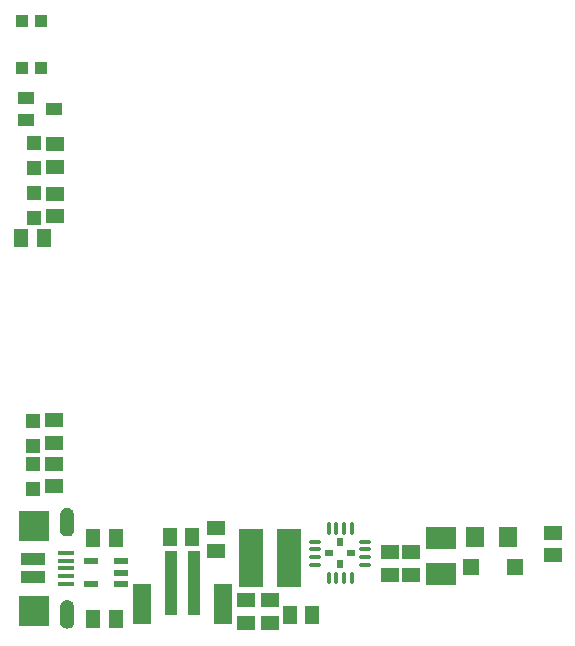
<source format=gbr>
G04 EAGLE Gerber RS-274X export*
G75*
%MOMM*%
%FSLAX34Y34*%
%LPD*%
%INSolderpaste Top*%
%IPPOS*%
%AMOC8*
5,1,8,0,0,1.08239X$1,22.5*%
G01*
%ADD10R,1.000000X5.500000*%
%ADD11R,1.600000X3.400000*%
%ADD12R,1.300000X1.500000*%
%ADD13R,1.200000X0.550000*%
%ADD14R,1.200000X1.200000*%
%ADD15R,1.500000X1.300000*%
%ADD16R,1.350000X0.400000*%
%ADD17R,2.000000X1.000000*%
%ADD18R,2.500000X2.500000*%
%ADD19C,0.350000*%
%ADD20R,0.700000X0.600000*%
%ADD21R,0.600000X0.700000*%
%ADD22R,2.000000X5.000000*%
%ADD23R,2.500000X1.950000*%
%ADD24R,1.400000X1.000000*%
%ADD25R,1.400000X1.400000*%
%ADD26R,1.000000X1.000000*%
%ADD27R,1.600000X1.803000*%

G36*
X52278Y82753D02*
X52278Y82753D01*
X53552Y82953D01*
X53599Y82970D01*
X53689Y82991D01*
X54885Y83469D01*
X54928Y83496D01*
X55011Y83536D01*
X56071Y84268D01*
X56107Y84304D01*
X56178Y84362D01*
X57049Y85312D01*
X57076Y85354D01*
X57133Y85427D01*
X57770Y86547D01*
X57787Y86594D01*
X57826Y86677D01*
X58199Y87911D01*
X58204Y87961D01*
X58224Y88051D01*
X58313Y89336D01*
X58311Y89356D01*
X58314Y89380D01*
X58314Y100380D01*
X58312Y100395D01*
X58313Y100415D01*
X58252Y101541D01*
X58241Y101588D01*
X58233Y101664D01*
X57952Y102757D01*
X57932Y102801D01*
X57910Y102874D01*
X57422Y103891D01*
X57394Y103930D01*
X57357Y103997D01*
X56680Y104900D01*
X56645Y104933D01*
X56596Y104991D01*
X55756Y105744D01*
X55715Y105770D01*
X55655Y105818D01*
X54684Y106392D01*
X54639Y106409D01*
X54572Y106445D01*
X53507Y106819D01*
X53460Y106827D01*
X53387Y106849D01*
X52270Y107008D01*
X52242Y107007D01*
X52090Y107008D01*
X50974Y106849D01*
X50928Y106834D01*
X50853Y106819D01*
X49788Y106445D01*
X49746Y106421D01*
X49676Y106392D01*
X48705Y105818D01*
X48668Y105786D01*
X48604Y105744D01*
X47764Y104991D01*
X47735Y104954D01*
X47680Y104900D01*
X47003Y103997D01*
X46981Y103954D01*
X46938Y103891D01*
X46450Y102874D01*
X46437Y102827D01*
X46408Y102757D01*
X46127Y101664D01*
X46124Y101616D01*
X46108Y101541D01*
X46047Y100415D01*
X46049Y100399D01*
X46046Y100380D01*
X46046Y89380D01*
X46049Y89365D01*
X46047Y89345D01*
X46108Y88219D01*
X46120Y88172D01*
X46127Y88096D01*
X46408Y87003D01*
X46428Y86959D01*
X46450Y86886D01*
X46938Y85869D01*
X46967Y85830D01*
X47003Y85763D01*
X47680Y84860D01*
X47715Y84827D01*
X47764Y84769D01*
X48604Y84016D01*
X48645Y83990D01*
X48705Y83942D01*
X49676Y83368D01*
X49721Y83351D01*
X49788Y83315D01*
X50853Y82941D01*
X50900Y82933D01*
X50974Y82911D01*
X52090Y82752D01*
X52091Y82752D01*
X52278Y82753D01*
G37*
G36*
X52278Y4753D02*
X52278Y4753D01*
X53552Y4953D01*
X53599Y4970D01*
X53689Y4991D01*
X54885Y5469D01*
X54928Y5496D01*
X55011Y5536D01*
X56071Y6268D01*
X56107Y6304D01*
X56178Y6362D01*
X57049Y7312D01*
X57076Y7354D01*
X57133Y7427D01*
X57770Y8547D01*
X57787Y8594D01*
X57826Y8677D01*
X58199Y9911D01*
X58204Y9961D01*
X58224Y10051D01*
X58313Y11336D01*
X58311Y11356D01*
X58314Y11380D01*
X58314Y22380D01*
X58312Y22395D01*
X58313Y22415D01*
X58252Y23541D01*
X58241Y23588D01*
X58233Y23664D01*
X57952Y24757D01*
X57932Y24801D01*
X57910Y24874D01*
X57422Y25891D01*
X57394Y25930D01*
X57357Y25997D01*
X56680Y26900D01*
X56645Y26933D01*
X56596Y26991D01*
X55756Y27744D01*
X55715Y27770D01*
X55655Y27818D01*
X54684Y28392D01*
X54639Y28409D01*
X54572Y28445D01*
X53507Y28819D01*
X53460Y28827D01*
X53387Y28849D01*
X52270Y29008D01*
X52242Y29007D01*
X52090Y29008D01*
X50974Y28849D01*
X50928Y28834D01*
X50853Y28819D01*
X49788Y28445D01*
X49746Y28421D01*
X49676Y28392D01*
X48705Y27818D01*
X48668Y27786D01*
X48604Y27744D01*
X47764Y26991D01*
X47735Y26954D01*
X47680Y26900D01*
X47003Y25997D01*
X46981Y25954D01*
X46938Y25891D01*
X46450Y24874D01*
X46437Y24827D01*
X46408Y24757D01*
X46127Y23664D01*
X46124Y23616D01*
X46108Y23541D01*
X46047Y22415D01*
X46049Y22399D01*
X46046Y22380D01*
X46046Y11380D01*
X46049Y11365D01*
X46047Y11345D01*
X46108Y10219D01*
X46120Y10172D01*
X46127Y10096D01*
X46408Y9003D01*
X46428Y8959D01*
X46450Y8886D01*
X46938Y7869D01*
X46967Y7830D01*
X47003Y7763D01*
X47680Y6860D01*
X47715Y6827D01*
X47764Y6769D01*
X48604Y6016D01*
X48645Y5990D01*
X48705Y5942D01*
X49676Y5368D01*
X49721Y5351D01*
X49788Y5315D01*
X50853Y4941D01*
X50900Y4933D01*
X50974Y4911D01*
X52090Y4752D01*
X52091Y4752D01*
X52278Y4753D01*
G37*
D10*
X159860Y43400D03*
X139860Y43400D03*
D11*
X183860Y25400D03*
X115860Y25400D03*
D12*
X13360Y335280D03*
X32360Y335280D03*
D13*
X98091Y42570D03*
X98091Y52070D03*
X98091Y61570D03*
X72089Y61570D03*
X72089Y42570D03*
D14*
X22860Y143850D03*
X22860Y122850D03*
X22860Y159680D03*
X22860Y180680D03*
D15*
X40640Y125120D03*
X40640Y144120D03*
X40640Y180950D03*
X40640Y161950D03*
D12*
X74320Y81280D03*
X93320Y81280D03*
X74320Y12700D03*
X93320Y12700D03*
D16*
X50930Y68880D03*
X50930Y62380D03*
X50930Y55880D03*
X50930Y49380D03*
X50930Y42880D03*
D17*
X23180Y63380D03*
X23180Y48380D03*
D18*
X24180Y91880D03*
X24180Y19880D03*
D19*
X292960Y86080D02*
X292960Y93080D01*
X286460Y93080D02*
X286460Y86080D01*
X279960Y86080D02*
X279960Y93080D01*
X273460Y93080D02*
X273460Y86080D01*
X265710Y78330D02*
X258710Y78330D01*
X258710Y71830D02*
X265710Y71830D01*
X265710Y65330D02*
X258710Y65330D01*
X258710Y58830D02*
X265710Y58830D01*
X273460Y51080D02*
X273460Y44080D01*
X279960Y44080D02*
X279960Y51080D01*
X286460Y51080D02*
X286460Y44080D01*
X292960Y44080D02*
X292960Y51080D01*
X300710Y58830D02*
X307710Y58830D01*
X307710Y65330D02*
X300710Y65330D01*
X300710Y71830D02*
X307710Y71830D01*
X307710Y78330D02*
X300710Y78330D01*
D20*
X292710Y68580D03*
X273710Y68580D03*
D21*
X283210Y78080D03*
X283210Y59080D03*
D22*
X207520Y64770D03*
X239520Y64770D03*
D12*
X158090Y82550D03*
X139090Y82550D03*
D15*
X342900Y69190D03*
X342900Y50190D03*
D14*
X24130Y352720D03*
X24130Y373720D03*
D15*
X41910Y353720D03*
X41910Y372720D03*
X177800Y70510D03*
X177800Y89510D03*
X325120Y50190D03*
X325120Y69190D03*
D12*
X240690Y16510D03*
X259690Y16510D03*
D15*
X223520Y9550D03*
X223520Y28550D03*
X203200Y9550D03*
X203200Y28550D03*
D23*
X368300Y81290D03*
X368300Y50790D03*
D14*
X24130Y415630D03*
X24130Y394630D03*
D15*
X41910Y395630D03*
X41910Y414630D03*
D24*
X41210Y444500D03*
X17210Y435000D03*
X17210Y454000D03*
D25*
X394250Y57150D03*
X431250Y57150D03*
D26*
X13590Y519110D03*
X29590Y519110D03*
X29590Y479110D03*
X13590Y479110D03*
D15*
X463550Y85700D03*
X463550Y66700D03*
D27*
X425700Y82550D03*
X397260Y82550D03*
M02*

</source>
